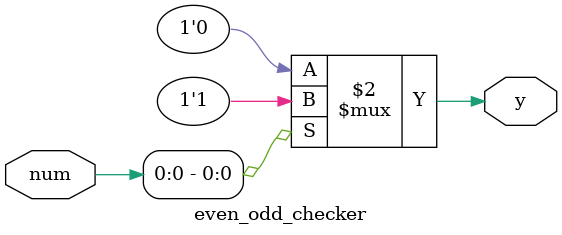
<source format=v>
module even_odd_checker (
  input [15:0] num,
  output y  // 0 = EVEN, 1 = ODD
);
  assign y = (num[0] == 1'b1) ? 1'b1 : 1'b0;
endmodule
</source>
